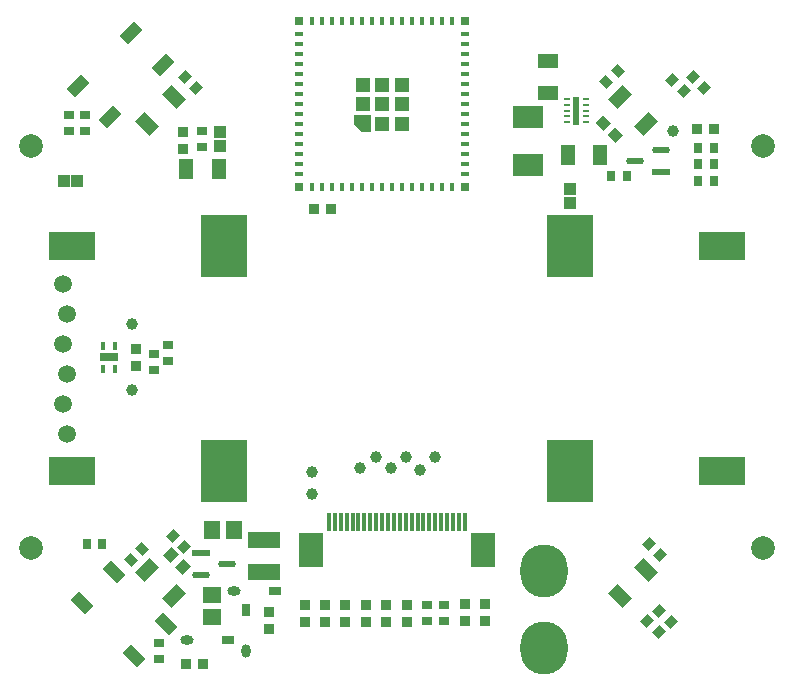
<source format=gts>
G04*
G04 #@! TF.GenerationSoftware,Altium Limited,Altium Designer,23.2.1 (34)*
G04*
G04 Layer_Color=8388736*
%FSLAX44Y44*%
%MOMM*%
G71*
G04*
G04 #@! TF.SameCoordinates,4D038F4D-AB9E-478B-8716-A6F2BEF9763F*
G04*
G04*
G04 #@! TF.FilePolarity,Negative*
G04*
G01*
G75*
%ADD10C,1.0000*%
%ADD11O,4.0000X4.5000*%
G04:AMPARAMS|DCode=12|XSize=1.1mm|YSize=1.7mm|CornerRadius=0mm|HoleSize=0mm|Usage=FLASHONLY|Rotation=135.000|XOffset=0mm|YOffset=0mm|HoleType=Round|Shape=Rectangle|*
%AMROTATEDRECTD12*
4,1,4,0.9900,0.2121,-0.2121,-0.9900,-0.9900,-0.2121,0.2121,0.9900,0.9900,0.2121,0.0*
%
%ADD12ROTATEDRECTD12*%

G04:AMPARAMS|DCode=13|XSize=1.1mm|YSize=1.7mm|CornerRadius=0mm|HoleSize=0mm|Usage=FLASHONLY|Rotation=45.000|XOffset=0mm|YOffset=0mm|HoleType=Round|Shape=Rectangle|*
%AMROTATEDRECTD13*
4,1,4,0.2121,-0.9900,-0.9900,0.2121,-0.2121,0.9900,0.9900,-0.2121,0.2121,-0.9900,0.0*
%
%ADD13ROTATEDRECTD13*%

%ADD14R,3.9600X5.3000*%
%ADD15R,3.9600X2.4500*%
%ADD16R,0.8000X0.9500*%
%ADD17R,0.9581X0.9121*%
%ADD18R,2.5000X1.9000*%
%ADD19R,2.7062X1.4544*%
%ADD20R,0.9121X0.9581*%
G04:AMPARAMS|DCode=21|XSize=0.95mm|YSize=0.8mm|CornerRadius=0mm|HoleSize=0mm|Usage=FLASHONLY|Rotation=45.000|XOffset=0mm|YOffset=0mm|HoleType=Round|Shape=Rectangle|*
%AMROTATEDRECTD21*
4,1,4,-0.0530,-0.6187,-0.6187,-0.0530,0.0530,0.6187,0.6187,0.0530,-0.0530,-0.6187,0.0*
%
%ADD21ROTATEDRECTD21*%

%ADD22R,0.4000X0.8000*%
%ADD23R,0.8000X0.8000*%
%ADD24R,0.8000X0.4000*%
%ADD25R,1.2000X1.2000*%
%ADD27R,0.9500X0.8000*%
%ADD28R,1.0000X1.0000*%
%ADD29R,1.1082X0.7821*%
G04:AMPARAMS|DCode=30|XSize=1.1082mm|YSize=0.7821mm|CornerRadius=0.3911mm|HoleSize=0mm|Usage=FLASHONLY|Rotation=180.000|XOffset=0mm|YOffset=0mm|HoleType=Round|Shape=RoundedRectangle|*
%AMROUNDEDRECTD30*
21,1,1.1082,0.0000,0,0,180.0*
21,1,0.3261,0.7821,0,0,180.0*
1,1,0.7821,-0.1631,0.0000*
1,1,0.7821,0.1631,0.0000*
1,1,0.7821,0.1631,0.0000*
1,1,0.7821,-0.1631,0.0000*
%
%ADD30ROUNDEDRECTD30*%
%ADD31R,1.4546X1.5562*%
%ADD32R,1.0000X1.0000*%
%ADD33R,1.3055X1.7582*%
G04:AMPARAMS|DCode=34|XSize=1.7mm|YSize=1mm|CornerRadius=0mm|HoleSize=0mm|Usage=FLASHONLY|Rotation=135.000|XOffset=0mm|YOffset=0mm|HoleType=Round|Shape=Rectangle|*
%AMROTATEDRECTD34*
4,1,4,0.9546,-0.2475,0.2475,-0.9546,-0.9546,0.2475,-0.2475,0.9546,0.9546,-0.2475,0.0*
%
%ADD34ROTATEDRECTD34*%

%ADD35R,1.5052X0.5721*%
G04:AMPARAMS|DCode=36|XSize=1.5052mm|YSize=0.5721mm|CornerRadius=0.2861mm|HoleSize=0mm|Usage=FLASHONLY|Rotation=180.000|XOffset=0mm|YOffset=0mm|HoleType=Round|Shape=RoundedRectangle|*
%AMROUNDEDRECTD36*
21,1,1.5052,0.0000,0,0,180.0*
21,1,0.9331,0.5721,0,0,180.0*
1,1,0.5721,-0.4666,0.0000*
1,1,0.5721,0.4666,0.0000*
1,1,0.5721,0.4666,0.0000*
1,1,0.5721,-0.4666,0.0000*
%
%ADD36ROUNDEDRECTD36*%
G04:AMPARAMS|DCode=37|XSize=0.95mm|YSize=0.8mm|CornerRadius=0mm|HoleSize=0mm|Usage=FLASHONLY|Rotation=315.000|XOffset=0mm|YOffset=0mm|HoleType=Round|Shape=Rectangle|*
%AMROTATEDRECTD37*
4,1,4,-0.6187,0.0530,-0.0530,0.6187,0.6187,-0.0530,0.0530,-0.6187,-0.6187,0.0530,0.0*
%
%ADD37ROTATEDRECTD37*%

%ADD38R,2.0000X3.0000*%
G04:AMPARAMS|DCode=40|XSize=1.05mm|YSize=0.9mm|CornerRadius=0mm|HoleSize=0mm|Usage=FLASHONLY|Rotation=225.000|XOffset=0mm|YOffset=0mm|HoleType=Round|Shape=Rectangle|*
%AMROTATEDRECTD40*
4,1,4,0.0530,0.6894,0.6894,0.0530,-0.0530,-0.6894,-0.6894,-0.0530,0.0530,0.6894,0.0*
%
%ADD40ROTATEDRECTD40*%

%ADD41R,1.5562X1.4546*%
%ADD42R,0.7821X1.1082*%
G04:AMPARAMS|DCode=43|XSize=1.1082mm|YSize=0.7821mm|CornerRadius=0.3911mm|HoleSize=0mm|Usage=FLASHONLY|Rotation=270.000|XOffset=0mm|YOffset=0mm|HoleType=Round|Shape=RoundedRectangle|*
%AMROUNDEDRECTD43*
21,1,1.1082,0.0000,0,0,270.0*
21,1,0.3261,0.7821,0,0,270.0*
1,1,0.7821,0.0000,-0.1631*
1,1,0.7821,0.0000,0.1631*
1,1,0.7821,0.0000,0.1631*
1,1,0.7821,0.0000,-0.1631*
%
%ADD43ROUNDEDRECTD43*%
G04:AMPARAMS|DCode=44|XSize=1.7mm|YSize=1mm|CornerRadius=0mm|HoleSize=0mm|Usage=FLASHONLY|Rotation=45.000|XOffset=0mm|YOffset=0mm|HoleType=Round|Shape=Rectangle|*
%AMROTATEDRECTD44*
4,1,4,-0.2475,-0.9546,-0.9546,-0.2475,0.2475,0.9546,0.9546,0.2475,-0.2475,-0.9546,0.0*
%
%ADD44ROTATEDRECTD44*%

%ADD45R,1.6000X0.7000*%
%ADD47R,1.7582X1.3055*%
%ADD48R,0.6000X2.4900*%
%ADD49R,0.6000X0.2700*%
G04:AMPARAMS|DCode=50|XSize=0.9581mm|YSize=0.9121mm|CornerRadius=0mm|HoleSize=0mm|Usage=FLASHONLY|Rotation=315.000|XOffset=0mm|YOffset=0mm|HoleType=Round|Shape=Rectangle|*
%AMROTATEDRECTD50*
4,1,4,-0.6612,0.0163,-0.0163,0.6612,0.6612,-0.0163,0.0163,-0.6612,-0.6612,0.0163,0.0*
%
%ADD50ROTATEDRECTD50*%

%ADD63C,1.5000*%
%ADD94R,0.3500X0.6500*%
%ADD95R,0.3500X0.6500*%
%ADD96R,0.3500X0.6500*%
%ADD97C,2.0000*%
%ADD98R,0.4000X1.6000*%
G36*
X-22000Y196000D02*
Y182000D01*
X-29500D01*
X-36000Y188500D01*
Y196000D01*
X-22000Y196000D01*
D02*
G37*
D10*
X234000Y183000D02*
D03*
X8000Y-93000D02*
D03*
X32000D02*
D03*
X20000Y-104000D02*
D03*
X-5000Y-103000D02*
D03*
X-18000Y-93000D02*
D03*
X-31000Y-103000D02*
D03*
X-72000Y-106250D02*
D03*
Y-124500D02*
D03*
X-224000Y-37000D02*
D03*
Y19000D02*
D03*
D11*
X125000Y-255000D02*
D03*
Y-190000D02*
D03*
D12*
X-188686Y-211314D02*
D03*
X-211314Y-188686D02*
D03*
X211314Y188686D02*
D03*
X188686Y211314D02*
D03*
D13*
Y-211314D02*
D03*
X211314Y-188686D02*
D03*
X-211314Y188686D02*
D03*
X-188686Y211314D02*
D03*
D14*
X146600Y-105000D02*
D03*
X-146600Y85000D02*
D03*
X146600D02*
D03*
X-146600Y-105000D02*
D03*
D15*
X275100D02*
D03*
X-275100Y85000D02*
D03*
X275100D02*
D03*
X-275100Y-105000D02*
D03*
D16*
X268229Y168423D02*
D03*
X254729Y168423D02*
D03*
Y154423D02*
D03*
X268229D02*
D03*
X254729Y140423D02*
D03*
X268229Y140423D02*
D03*
X181250Y145000D02*
D03*
X194750D02*
D03*
X-249250Y-166750D02*
D03*
X-262750Y-166750D02*
D03*
D17*
X268749Y184423D02*
D03*
X254209D02*
D03*
X-163750Y-268250D02*
D03*
X-178290D02*
D03*
X-55730Y117000D02*
D03*
X-70270D02*
D03*
D18*
X111000Y194500D02*
D03*
Y153500D02*
D03*
D19*
X-112500Y-190259D02*
D03*
Y-163741D02*
D03*
D20*
X-221000Y-1730D02*
D03*
Y-16270D02*
D03*
X-181000Y182000D02*
D03*
Y167460D02*
D03*
X-108500Y-224730D02*
D03*
Y-239270D02*
D03*
X74750Y-217730D02*
D03*
Y-232270D02*
D03*
X57500Y-217730D02*
D03*
Y-232270D02*
D03*
X8250Y-218230D02*
D03*
Y-232770D02*
D03*
X-9000Y-218230D02*
D03*
Y-232770D02*
D03*
X-26250Y-218230D02*
D03*
Y-232770D02*
D03*
X-43500Y-218230D02*
D03*
Y-232770D02*
D03*
X-60750Y-218230D02*
D03*
Y-232770D02*
D03*
X-78000Y-218230D02*
D03*
Y-232770D02*
D03*
D21*
X-189773Y-160227D02*
D03*
X-180227Y-169773D02*
D03*
X250477Y228523D02*
D03*
X260023Y218977D02*
D03*
X-179523Y228523D02*
D03*
X-169977Y218977D02*
D03*
X233250Y226000D02*
D03*
X242796Y216454D02*
D03*
X212049Y-232049D02*
D03*
X221595Y-241595D02*
D03*
X231773Y-233023D02*
D03*
X222227Y-223477D02*
D03*
X223023Y-176523D02*
D03*
X213477Y-166977D02*
D03*
D22*
X47000Y135500D02*
D03*
X38500D02*
D03*
X30000D02*
D03*
X21500D02*
D03*
X13000Y135500D02*
D03*
X4500Y135500D02*
D03*
X-4000D02*
D03*
X-12500D02*
D03*
X-21000D02*
D03*
X-29500D02*
D03*
X-38000D02*
D03*
X-46500D02*
D03*
X-55000D02*
D03*
X-63500Y135500D02*
D03*
X-72000Y135500D02*
D03*
X47000Y275500D02*
D03*
X38500D02*
D03*
X30000D02*
D03*
X21500D02*
D03*
X13000D02*
D03*
X4500D02*
D03*
X-4000D02*
D03*
X-12500D02*
D03*
X-21000D02*
D03*
X-29500D02*
D03*
X-38000D02*
D03*
X-46500D02*
D03*
X-55000D02*
D03*
X-63500D02*
D03*
X-72000D02*
D03*
D23*
X57500Y135500D02*
D03*
X-82500D02*
D03*
X57500Y275500D02*
D03*
X-82500D02*
D03*
D24*
X57500Y146000D02*
D03*
X57500Y154500D02*
D03*
X57500Y163000D02*
D03*
Y171500D02*
D03*
X57500Y180000D02*
D03*
X57500Y188500D02*
D03*
Y197000D02*
D03*
X57500Y205500D02*
D03*
Y214000D02*
D03*
Y222500D02*
D03*
X57500Y231000D02*
D03*
X57500Y239500D02*
D03*
Y248000D02*
D03*
X57500Y256500D02*
D03*
X57500Y265000D02*
D03*
X-82500Y265000D02*
D03*
X-82500Y256500D02*
D03*
X-82500Y248000D02*
D03*
X-82500Y239500D02*
D03*
Y231000D02*
D03*
X-82500Y222500D02*
D03*
X-82500Y214000D02*
D03*
X-82500Y205500D02*
D03*
X-82500Y197000D02*
D03*
X-82500Y188500D02*
D03*
X-82500Y180000D02*
D03*
X-82500Y171500D02*
D03*
X-82500Y163000D02*
D03*
Y154500D02*
D03*
X-82500Y146000D02*
D03*
D25*
X-12500Y205500D02*
D03*
X4000Y189000D02*
D03*
X-12500D02*
D03*
X4000Y205500D02*
D03*
Y222000D02*
D03*
X-12500D02*
D03*
X-29000D02*
D03*
Y205500D02*
D03*
D27*
X-194000Y1750D02*
D03*
Y-11750D02*
D03*
X-206000Y-19750D02*
D03*
Y-6250D02*
D03*
X-165000Y169000D02*
D03*
Y182500D02*
D03*
X-264000Y183000D02*
D03*
Y196500D02*
D03*
X-277750D02*
D03*
Y183000D02*
D03*
X25500Y-218750D02*
D03*
Y-232250D02*
D03*
X39750Y-218500D02*
D03*
Y-232000D02*
D03*
X-201500Y-264250D02*
D03*
Y-250750D02*
D03*
D28*
X-282200Y140250D02*
D03*
X-270500D02*
D03*
D29*
X-143200Y-248500D02*
D03*
X-103200Y-207000D02*
D03*
D30*
X-177800Y-248500D02*
D03*
X-137800Y-207000D02*
D03*
D31*
X-137742Y-155000D02*
D03*
X-156258D02*
D03*
D32*
X-150000Y182100D02*
D03*
Y170400D02*
D03*
X147000Y121900D02*
D03*
Y133600D02*
D03*
D33*
X-150737Y150750D02*
D03*
X-178264D02*
D03*
X172264Y162500D02*
D03*
X144736D02*
D03*
D34*
X-266709Y-217161D02*
D03*
X-222161Y-261709D02*
D03*
X-239839Y-190291D02*
D03*
X-195291Y-234839D02*
D03*
D35*
X223255Y147750D02*
D03*
X-165510Y-174250D02*
D03*
D36*
X223255Y166750D02*
D03*
X201245Y157250D02*
D03*
X-165510Y-193250D02*
D03*
X-143500Y-183750D02*
D03*
D37*
X177477Y224227D02*
D03*
X187023Y233773D02*
D03*
X-225273Y-180523D02*
D03*
X-215727Y-170977D02*
D03*
D38*
X72650Y-171694D02*
D03*
X-72650Y-171694D02*
D03*
D40*
X-191627Y-176373D02*
D03*
X-181374Y-186626D02*
D03*
D41*
X-156250Y-229008D02*
D03*
Y-210492D02*
D03*
D42*
X-127500Y-222700D02*
D03*
D43*
Y-257300D02*
D03*
D44*
X-225161Y265709D02*
D03*
X-269709Y221161D02*
D03*
X-198291Y238839D02*
D03*
X-242839Y194291D02*
D03*
D45*
X-244000Y-9000D02*
D03*
D47*
X128000Y242014D02*
D03*
Y214486D02*
D03*
D48*
X152000Y200000D02*
D03*
D49*
X160000Y190000D02*
D03*
Y195000D02*
D03*
Y200000D02*
D03*
Y205000D02*
D03*
Y210000D02*
D03*
X144000D02*
D03*
Y205000D02*
D03*
Y200000D02*
D03*
Y195000D02*
D03*
Y190000D02*
D03*
D50*
X184641Y179359D02*
D03*
X174359Y189641D02*
D03*
D63*
X-283000Y53200D02*
D03*
X-279000Y27800D02*
D03*
X-283000Y2400D02*
D03*
X-279000Y-23000D02*
D03*
X-283000Y-48400D02*
D03*
X-279000Y-73800D02*
D03*
D94*
X-239000Y750D02*
D03*
D95*
X-249000Y750D02*
D03*
X-239000Y-18750D02*
D03*
D96*
X-249000Y-18750D02*
D03*
D97*
X310000Y170000D02*
D03*
Y-170000D02*
D03*
X-310000Y170000D02*
D03*
Y-170000D02*
D03*
D98*
X-57500Y-148194D02*
D03*
X-52500D02*
D03*
X-47500D02*
D03*
X-42500Y-148194D02*
D03*
X-37500Y-148194D02*
D03*
X-32500D02*
D03*
X-27500D02*
D03*
X-22500Y-148194D02*
D03*
X-17500Y-148194D02*
D03*
X-12500Y-148194D02*
D03*
X-7500D02*
D03*
X-2500Y-148194D02*
D03*
X2500D02*
D03*
X7500D02*
D03*
X12500D02*
D03*
X17500D02*
D03*
X22500Y-148194D02*
D03*
X27500Y-148194D02*
D03*
X32500D02*
D03*
X37500D02*
D03*
X42500D02*
D03*
X47500D02*
D03*
X52500D02*
D03*
X57500D02*
D03*
M02*

</source>
